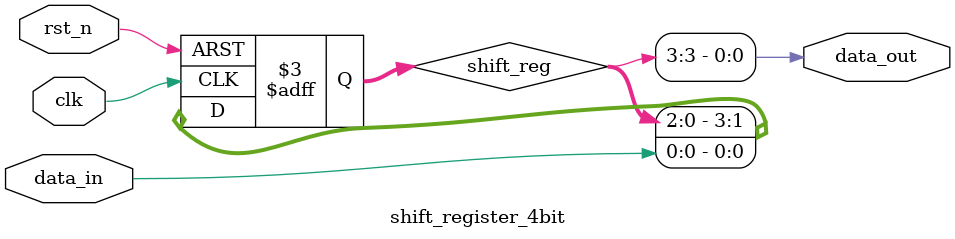
<source format=v>
module shift_register_4bit (
    // Input ports
    input wire clk,      // Clock signal
    input wire rst_n,    // Active-low synchronous reset
    input wire data_in,  // Serial data input

    // Output port
    output wire data_out // Serial data output
);

    // Internal 4-bit register to hold the shifted data.
    reg [3:0] shift_reg;

    // The core logic of the shift register.
    // This block is sensitive to the positive edge of the clock
    // and the negative edge of the reset signal.
    always @(posedge clk or negedge rst_n) begin
        // On reset (rst_n is low), clear the register to all zeros.
        if (!rst_n) begin
            shift_reg <= 4'b0000;
        end
        // On the positive edge of the clock, perform the shift operation.
        else begin
            // The new value of the register is formed by concatenating
            // the lower 3 bits of the current register value with the new data_in.
            // Example: If shift_reg is 1011 and data_in is 0,
            // the new value becomes {011, 0} -> 0110.
            shift_reg <= {shift_reg[2:0], data_in};
        end
    end

    // The output is the most significant bit (MSB) of the register.
    // As data shifts in from the right (LSB), it eventually shifts out from the left (MSB).
    assign data_out = shift_reg[3];

endmodule

</source>
